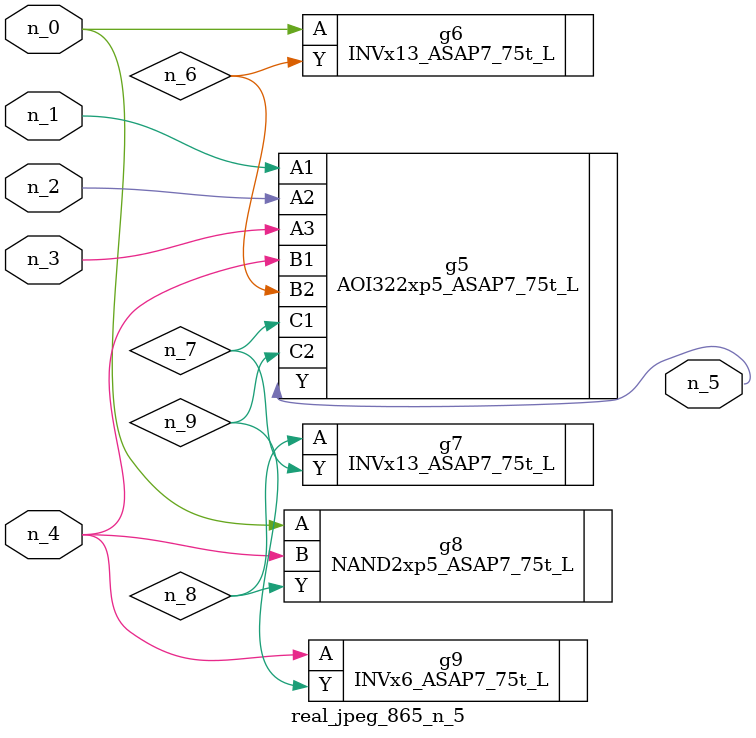
<source format=v>
module real_jpeg_865_n_5 (n_4, n_0, n_1, n_2, n_3, n_5);

input n_4;
input n_0;
input n_1;
input n_2;
input n_3;

output n_5;

wire n_8;
wire n_6;
wire n_7;
wire n_9;

INVx13_ASAP7_75t_L g6 ( 
.A(n_0),
.Y(n_6)
);

NAND2xp5_ASAP7_75t_L g8 ( 
.A(n_0),
.B(n_4),
.Y(n_8)
);

AOI322xp5_ASAP7_75t_L g5 ( 
.A1(n_1),
.A2(n_2),
.A3(n_3),
.B1(n_4),
.B2(n_6),
.C1(n_7),
.C2(n_9),
.Y(n_5)
);

INVx6_ASAP7_75t_L g9 ( 
.A(n_4),
.Y(n_9)
);

INVx13_ASAP7_75t_L g7 ( 
.A(n_8),
.Y(n_7)
);


endmodule
</source>
